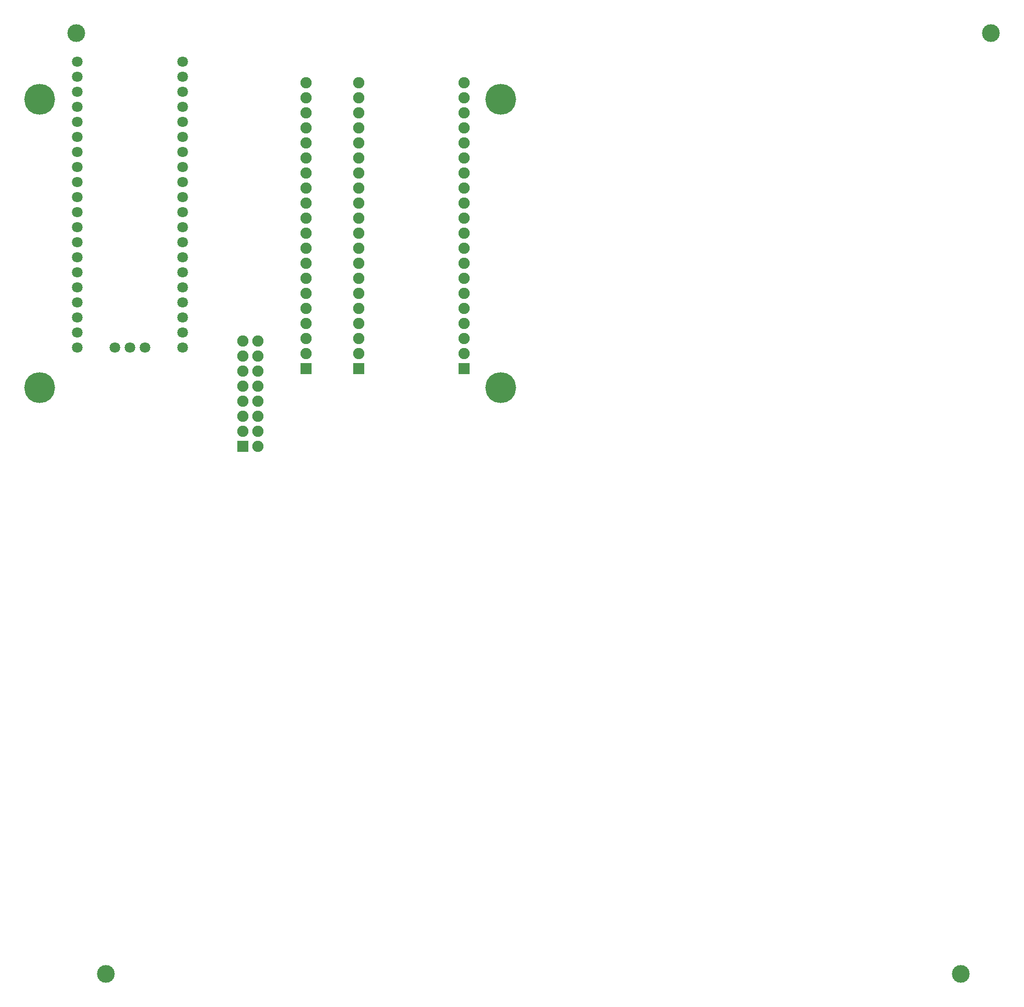
<source format=gts>
G04 Layer: TopSolderMaskLayer*
G04 EasyEDA v6.5.29, 2023-07-18 10:02:35*
G04 8a87558a6270435d8ad66e31a1dfd8bf,5a6b42c53f6a479593ecc07194224c93,10*
G04 Gerber Generator version 0.2*
G04 Scale: 100 percent, Rotated: No, Reflected: No *
G04 Dimensions in millimeters *
G04 leading zeros omitted , absolute positions ,4 integer and 5 decimal *
%FSLAX45Y45*%
%MOMM*%

%AMMACRO1*1,1,$1,$2,$3*1,1,$1,$4,$5*1,1,$1,0-$2,0-$3*1,1,$1,0-$4,0-$5*20,1,$1,$2,$3,$4,$5,0*20,1,$1,$4,$5,0-$2,0-$3,0*20,1,$1,0-$2,0-$3,0-$4,0-$5,0*20,1,$1,0-$4,0-$5,$2,$3,0*4,1,4,$2,$3,$4,$5,0-$2,0-$3,0-$4,0-$5,$2,$3,0*%
%ADD10MACRO1,0.1016X0.9X-0.9X0.9X0.9*%
%ADD11C,1.9016*%
%ADD12MACRO1,0.1016X-0.9X-0.9X-0.9X0.9*%
%ADD13C,5.2032*%
%ADD14C,1.8016*%
%ADD15C,3.0000*%

%LPD*%
D10*
G01*
X3809992Y3797289D03*
D11*
G01*
X4064000Y3797300D03*
G01*
X3810000Y4051300D03*
G01*
X4064000Y4051300D03*
G01*
X3810000Y4305300D03*
G01*
X4064000Y4305300D03*
G01*
X3810000Y4559300D03*
G01*
X4064000Y4559300D03*
G01*
X3810000Y4813300D03*
G01*
X4064000Y4813300D03*
G01*
X3810000Y5067300D03*
G01*
X4064000Y5067300D03*
G01*
X3810000Y5321300D03*
G01*
X4064000Y5321300D03*
G01*
X3810000Y5575300D03*
G01*
X4064000Y5575300D03*
G01*
X4876800Y9931400D03*
D12*
G01*
X4876800Y5105400D03*
D11*
G01*
X4876800Y5359400D03*
G01*
X4876800Y5613400D03*
G01*
X4876800Y5867400D03*
G01*
X4876800Y6121400D03*
G01*
X4876800Y6375400D03*
G01*
X4876800Y6629400D03*
G01*
X4876800Y6883400D03*
G01*
X4876800Y7137400D03*
G01*
X4876800Y7391400D03*
G01*
X4876800Y7645400D03*
G01*
X4876800Y7899400D03*
G01*
X4876800Y8153400D03*
G01*
X4876800Y8407400D03*
G01*
X4876800Y8661400D03*
G01*
X4876800Y8915400D03*
G01*
X4876800Y9169400D03*
G01*
X4876800Y9423400D03*
G01*
X4876800Y9677400D03*
G01*
X7543800Y9931400D03*
D12*
G01*
X7543800Y5105400D03*
D11*
G01*
X7543800Y5359400D03*
G01*
X7543800Y5613400D03*
G01*
X7543800Y5867400D03*
G01*
X7543800Y6121400D03*
G01*
X7543800Y6375400D03*
G01*
X7543800Y6629400D03*
G01*
X7543800Y6883400D03*
G01*
X7543800Y7137400D03*
G01*
X7543800Y7391400D03*
G01*
X7543800Y7645400D03*
G01*
X7543800Y7899400D03*
G01*
X7543800Y8153400D03*
G01*
X7543800Y8407400D03*
G01*
X7543800Y8661400D03*
G01*
X7543800Y8915400D03*
G01*
X7543800Y9169400D03*
G01*
X7543800Y9423400D03*
G01*
X7543800Y9677400D03*
G01*
X5765800Y9931400D03*
D12*
G01*
X5765800Y5105400D03*
D11*
G01*
X5765800Y5359400D03*
G01*
X5765800Y5613400D03*
G01*
X5765800Y5867400D03*
G01*
X5765800Y6121400D03*
G01*
X5765800Y6375400D03*
G01*
X5765800Y6629400D03*
G01*
X5765800Y6883400D03*
G01*
X5765800Y7137400D03*
G01*
X5765800Y7391400D03*
G01*
X5765800Y7645400D03*
G01*
X5765800Y7899400D03*
G01*
X5765800Y8153400D03*
G01*
X5765800Y8407400D03*
G01*
X5765800Y8661400D03*
G01*
X5765800Y8915400D03*
G01*
X5765800Y9169400D03*
G01*
X5765800Y9423400D03*
G01*
X5765800Y9677400D03*
D13*
G01*
X386105Y4782007D03*
G01*
X8166100Y4782007D03*
G01*
X386105Y9652000D03*
G01*
X8166100Y9652000D03*
D14*
G01*
X1016000Y10287000D03*
G01*
X2794000Y10287000D03*
G01*
X1016000Y10033000D03*
G01*
X1016000Y9779000D03*
G01*
X1016000Y9525000D03*
G01*
X1016000Y9271000D03*
G01*
X1016000Y9017000D03*
G01*
X1016000Y8763000D03*
G01*
X1016000Y8509000D03*
G01*
X1016000Y8255000D03*
G01*
X1016000Y8001000D03*
G01*
X1016000Y7747000D03*
G01*
X1016000Y7493000D03*
G01*
X1016000Y7239000D03*
G01*
X1016000Y6985000D03*
G01*
X1016000Y6731000D03*
G01*
X1016000Y6477000D03*
G01*
X1016000Y6223000D03*
G01*
X1016000Y5969000D03*
G01*
X1016000Y5715000D03*
G01*
X1016000Y5461000D03*
G01*
X2794000Y10033000D03*
G01*
X2794000Y9779000D03*
G01*
X2794000Y9525000D03*
G01*
X2794000Y9271000D03*
G01*
X2794000Y9017000D03*
G01*
X2794000Y8763000D03*
G01*
X2794000Y8509000D03*
G01*
X2794000Y8255000D03*
G01*
X2794000Y8001000D03*
G01*
X2794000Y7747000D03*
G01*
X2794000Y7493000D03*
G01*
X2794000Y7239000D03*
G01*
X2794000Y6985000D03*
G01*
X2794000Y6731000D03*
G01*
X2794000Y6477000D03*
G01*
X2794000Y6223000D03*
G01*
X2794000Y5969000D03*
G01*
X2794000Y5715000D03*
G01*
X2794000Y5461000D03*
G01*
X1905000Y5461000D03*
G01*
X1651000Y5461000D03*
G01*
X2159000Y5461000D03*
D15*
G01*
X999997Y10773999D03*
G01*
X16432001Y10773999D03*
G01*
X1499996Y-5117398D03*
G01*
X15932002Y-5117398D03*
M02*

</source>
